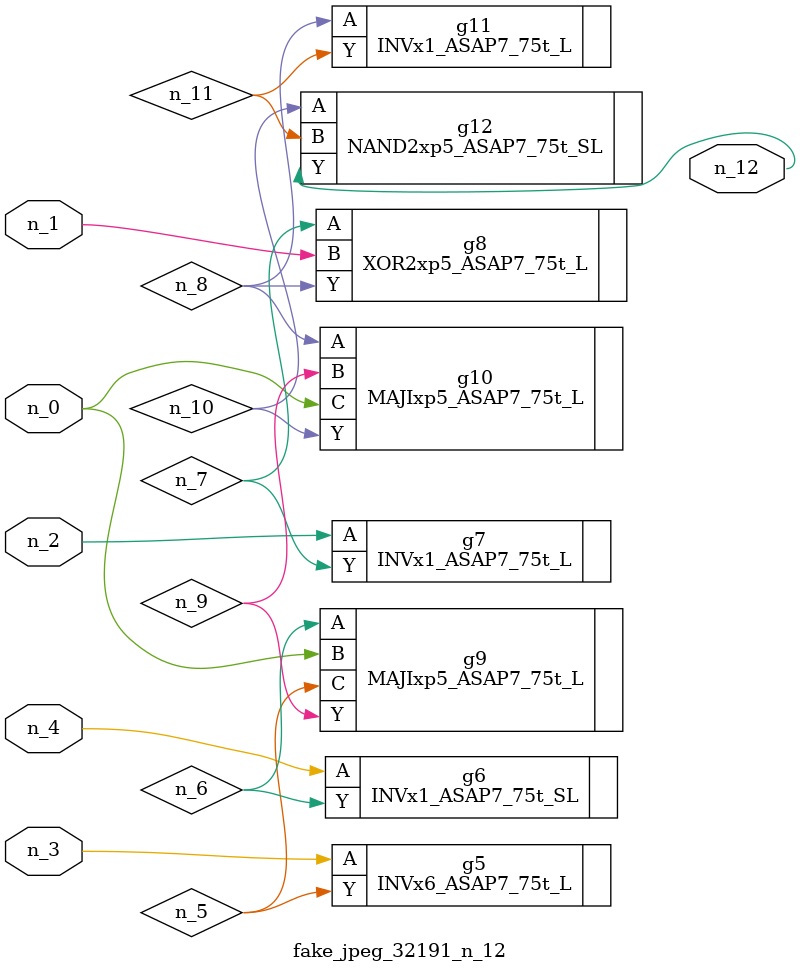
<source format=v>
module fake_jpeg_32191_n_12 (n_3, n_2, n_1, n_0, n_4, n_12);

input n_3;
input n_2;
input n_1;
input n_0;
input n_4;

output n_12;

wire n_11;
wire n_10;
wire n_8;
wire n_9;
wire n_6;
wire n_5;
wire n_7;

INVx6_ASAP7_75t_L g5 ( 
.A(n_3),
.Y(n_5)
);

INVx1_ASAP7_75t_SL g6 ( 
.A(n_4),
.Y(n_6)
);

INVx1_ASAP7_75t_L g7 ( 
.A(n_2),
.Y(n_7)
);

XOR2xp5_ASAP7_75t_L g8 ( 
.A(n_7),
.B(n_1),
.Y(n_8)
);

MAJIxp5_ASAP7_75t_L g10 ( 
.A(n_8),
.B(n_9),
.C(n_0),
.Y(n_10)
);

MAJIxp5_ASAP7_75t_L g9 ( 
.A(n_6),
.B(n_0),
.C(n_5),
.Y(n_9)
);

NAND2xp5_ASAP7_75t_SL g12 ( 
.A(n_10),
.B(n_11),
.Y(n_12)
);

INVx1_ASAP7_75t_L g11 ( 
.A(n_8),
.Y(n_11)
);


endmodule
</source>
